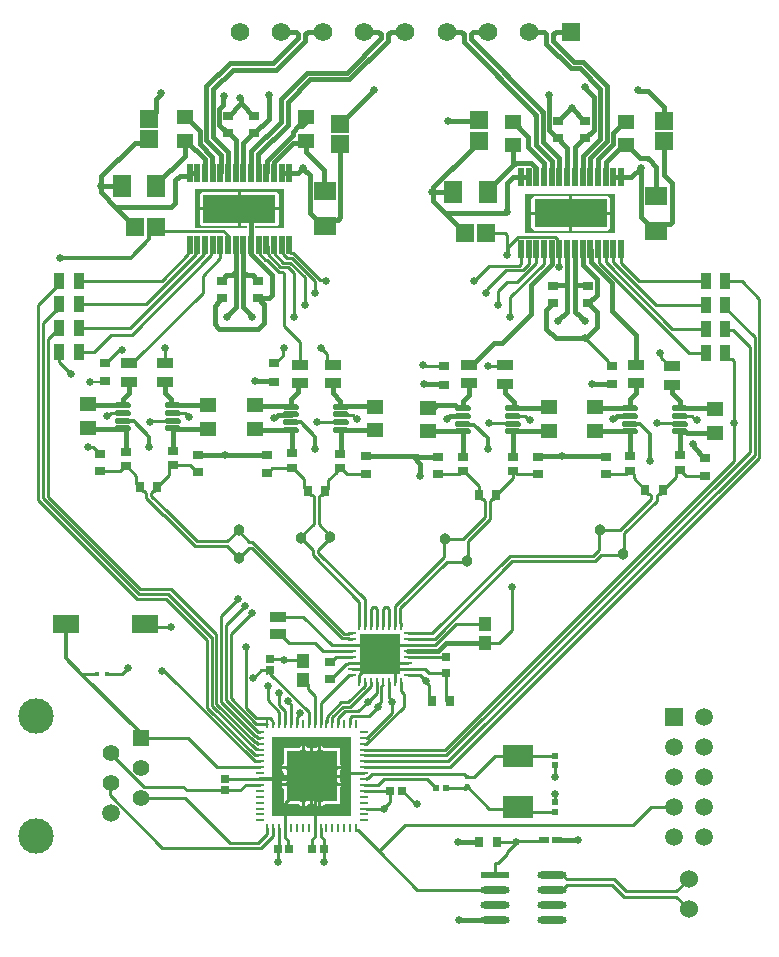
<source format=gtl>
G04*
G04 #@! TF.GenerationSoftware,Altium Limited,Altium Designer,22.10.1 (41)*
G04*
G04 Layer_Physical_Order=1*
G04 Layer_Color=255*
%FSLAX44Y44*%
%MOMM*%
G71*
G04*
G04 #@! TF.SameCoordinates,5B72B8DF-E24A-41CE-AD84-0836D2D271DA*
G04*
G04*
G04 #@! TF.FilePolarity,Positive*
G04*
G01*
G75*
%ADD11C,0.2540*%
%ADD16C,0.3048*%
%ADD17R,0.8500X1.3500*%
%ADD18R,1.4500X1.2000*%
G04:AMPARAMS|DCode=19|XSize=0.25mm|YSize=0.7mm|CornerRadius=0.05mm|HoleSize=0mm|Usage=FLASHONLY|Rotation=90.000|XOffset=0mm|YOffset=0mm|HoleType=Round|Shape=RoundedRectangle|*
%AMROUNDEDRECTD19*
21,1,0.2500,0.6000,0,0,90.0*
21,1,0.1500,0.7000,0,0,90.0*
1,1,0.1000,0.3000,0.0750*
1,1,0.1000,0.3000,-0.0750*
1,1,0.1000,-0.3000,-0.0750*
1,1,0.1000,-0.3000,0.0750*
%
%ADD19ROUNDEDRECTD19*%
G04:AMPARAMS|DCode=20|XSize=0.25mm|YSize=0.7mm|CornerRadius=0.05mm|HoleSize=0mm|Usage=FLASHONLY|Rotation=0.000|XOffset=0mm|YOffset=0mm|HoleType=Round|Shape=RoundedRectangle|*
%AMROUNDEDRECTD20*
21,1,0.2500,0.6000,0,0,0.0*
21,1,0.1500,0.7000,0,0,0.0*
1,1,0.1000,0.0750,-0.3000*
1,1,0.1000,-0.0750,-0.3000*
1,1,0.1000,-0.0750,0.3000*
1,1,0.1000,0.0750,0.3000*
%
%ADD20ROUNDEDRECTD20*%
%ADD21R,3.4500X3.4500*%
%ADD22R,0.9000X0.7500*%
G04:AMPARAMS|DCode=23|XSize=2.4741mm|YSize=0.6221mm|CornerRadius=0.3111mm|HoleSize=0mm|Usage=FLASHONLY|Rotation=0.000|XOffset=0mm|YOffset=0mm|HoleType=Round|Shape=RoundedRectangle|*
%AMROUNDEDRECTD23*
21,1,2.4741,0.0000,0,0,0.0*
21,1,1.8519,0.6221,0,0,0.0*
1,1,0.6221,0.9260,0.0000*
1,1,0.6221,-0.9260,0.0000*
1,1,0.6221,-0.9260,0.0000*
1,1,0.6221,0.9260,0.0000*
%
%ADD23ROUNDEDRECTD23*%
%ADD24R,2.4741X0.6221*%
%ADD25R,0.8000X0.9000*%
%ADD26R,0.9500X0.5500*%
%ADD27R,0.9000X0.8000*%
%ADD28R,0.5200X0.5600*%
%ADD29R,0.7600X0.7200*%
%ADD30R,0.7200X0.7600*%
G04:AMPARAMS|DCode=31|XSize=0.24mm|YSize=0.6mm|CornerRadius=0.03mm|HoleSize=0mm|Usage=FLASHONLY|Rotation=0.000|XOffset=0mm|YOffset=0mm|HoleType=Round|Shape=RoundedRectangle|*
%AMROUNDEDRECTD31*
21,1,0.2400,0.5400,0,0,0.0*
21,1,0.1800,0.6000,0,0,0.0*
1,1,0.0600,0.0900,-0.2700*
1,1,0.0600,-0.0900,-0.2700*
1,1,0.0600,-0.0900,0.2700*
1,1,0.0600,0.0900,0.2700*
%
%ADD31ROUNDEDRECTD31*%
G04:AMPARAMS|DCode=32|XSize=0.6mm|YSize=0.24mm|CornerRadius=0.03mm|HoleSize=0mm|Usage=FLASHONLY|Rotation=0.000|XOffset=0mm|YOffset=0mm|HoleType=Round|Shape=RoundedRectangle|*
%AMROUNDEDRECTD32*
21,1,0.6000,0.1800,0,0,0.0*
21,1,0.5400,0.2400,0,0,0.0*
1,1,0.0600,0.2700,-0.0900*
1,1,0.0600,-0.2700,-0.0900*
1,1,0.0600,-0.2700,0.0900*
1,1,0.0600,0.2700,0.0900*
%
%ADD32ROUNDEDRECTD32*%
%ADD34R,2.6000X1.9000*%
%ADD35R,0.4500X0.4500*%
%ADD36R,0.4500X0.4500*%
%ADD37R,0.6000X0.5500*%
%ADD38R,2.3000X1.5000*%
%ADD39R,1.0121X1.2084*%
G04:AMPARAMS|DCode=40|XSize=2.4mm|YSize=6.17mm|CornerRadius=0.048mm|HoleSize=0mm|Usage=FLASHONLY|Rotation=270.000|XOffset=0mm|YOffset=0mm|HoleType=Round|Shape=RoundedRectangle|*
%AMROUNDEDRECTD40*
21,1,2.4000,6.0740,0,0,270.0*
21,1,2.3040,6.1700,0,0,270.0*
1,1,0.0960,-3.0370,-1.1520*
1,1,0.0960,-3.0370,1.1520*
1,1,0.0960,3.0370,1.1520*
1,1,0.0960,3.0370,-1.1520*
%
%ADD40ROUNDEDRECTD40*%
G04:AMPARAMS|DCode=41|XSize=0.45mm|YSize=1.6mm|CornerRadius=0.0495mm|HoleSize=0mm|Usage=FLASHONLY|Rotation=0.000|XOffset=0mm|YOffset=0mm|HoleType=Round|Shape=RoundedRectangle|*
%AMROUNDEDRECTD41*
21,1,0.4500,1.5010,0,0,0.0*
21,1,0.3510,1.6000,0,0,0.0*
1,1,0.0990,0.1755,-0.7505*
1,1,0.0990,-0.1755,-0.7505*
1,1,0.0990,-0.1755,0.7505*
1,1,0.0990,0.1755,0.7505*
%
%ADD41ROUNDEDRECTD41*%
%ADD42R,1.5781X1.5562*%
%ADD43R,1.5562X1.5781*%
G04:AMPARAMS|DCode=44|XSize=0.45mm|YSize=1.3mm|CornerRadius=0.1125mm|HoleSize=0mm|Usage=FLASHONLY|Rotation=90.000|XOffset=0mm|YOffset=0mm|HoleType=Round|Shape=RoundedRectangle|*
%AMROUNDEDRECTD44*
21,1,0.4500,1.0750,0,0,90.0*
21,1,0.2250,1.3000,0,0,90.0*
1,1,0.2250,0.5375,0.1125*
1,1,0.2250,0.5375,-0.1125*
1,1,0.2250,-0.5375,-0.1125*
1,1,0.2250,-0.5375,0.1125*
%
%ADD44ROUNDEDRECTD44*%
G04:AMPARAMS|DCode=45|XSize=0.45mm|YSize=1.3mm|CornerRadius=0.1125mm|HoleSize=0mm|Usage=FLASHONLY|Rotation=90.000|XOffset=0mm|YOffset=0mm|HoleType=Round|Shape=RoundedRectangle|*
%AMROUNDEDRECTD45*
21,1,0.4500,1.0750,0,0,90.0*
21,1,0.2250,1.3000,0,0,90.0*
1,1,0.2250,0.5375,0.1125*
1,1,0.2250,0.5375,-0.1125*
1,1,0.2250,-0.5375,-0.1125*
1,1,0.2250,-0.5375,0.1125*
%
%ADD45ROUNDEDRECTD45*%
%ADD46R,1.5057X1.8582*%
%ADD47R,1.8582X1.5057*%
%ADD48R,0.8621X0.7350*%
%ADD49R,1.3500X0.9500*%
%ADD50R,1.3500X0.9500*%
%ADD51R,0.7000X0.6500*%
%ADD52R,4.2500X4.2500*%
%ADD53C,1.5660*%
%ADD54R,1.5660X1.5660*%
%ADD55C,0.7620*%
%ADD56R,1.5000X1.5000*%
%ADD57C,1.5000*%
%ADD58C,0.5080*%
%ADD59C,1.4000*%
%ADD60C,3.0000*%
%ADD61R,1.4000X1.4000*%
%ADD62C,0.6604*%
%ADD63C,1.5240*%
%ADD64C,0.9652*%
%ADD65C,0.1524*%
%ADD66C,0.3810*%
G36*
X393700Y293370D02*
X326390D01*
Y360680D01*
X393700D01*
Y293370D01*
D02*
G37*
G36*
X336550Y791210D02*
X312107D01*
Y792895D01*
X329490D01*
X330668Y793129D01*
X331667Y793797D01*
X332335Y794796D01*
X332569Y795974D01*
Y806224D01*
X300390D01*
Y792895D01*
X305633D01*
Y791210D01*
X261620D01*
Y824230D01*
X336550D01*
Y791210D01*
D02*
G37*
G36*
X617220Y787400D02*
X541020D01*
Y820420D01*
X617220D01*
Y787400D01*
D02*
G37*
%LPC*%
G36*
X368450Y352317D02*
Y345970D01*
X365910D01*
Y352317D01*
X363583Y351353D01*
X363240Y351010D01*
X361500D01*
Y328490D01*
X384020D01*
Y330229D01*
X384364Y330573D01*
X385327Y332900D01*
X378980D01*
Y335440D01*
X385327D01*
X384364Y337767D01*
X384020Y338111D01*
Y351010D01*
X371120D01*
X370777Y351353D01*
X368450Y352317D01*
D02*
G37*
G36*
X354550D02*
Y345970D01*
X352010D01*
Y352317D01*
X349683Y351353D01*
X349340Y351010D01*
X336440D01*
Y338110D01*
X336097Y337767D01*
X335133Y335440D01*
X341480D01*
Y332900D01*
X335133D01*
X336097Y330573D01*
X336440Y330230D01*
Y328490D01*
X358960D01*
Y351010D01*
X357220D01*
X356877Y351353D01*
X354550Y352317D01*
D02*
G37*
G36*
X384020Y325950D02*
X361500D01*
Y303430D01*
X363239D01*
X363583Y303086D01*
X365910Y302123D01*
Y308470D01*
X368450D01*
Y302123D01*
X370777Y303086D01*
X371120Y303430D01*
X384020D01*
Y316330D01*
X384364Y316673D01*
X385327Y319000D01*
X378980D01*
Y321540D01*
X385327D01*
X384364Y323867D01*
X384020Y324211D01*
Y325950D01*
D02*
G37*
G36*
X358960D02*
X336440D01*
Y324210D01*
X336097Y323867D01*
X335133Y321540D01*
X341480D01*
Y319000D01*
X335133D01*
X336097Y316673D01*
X336440Y316330D01*
Y303430D01*
X349339D01*
X349683Y303086D01*
X352010Y302123D01*
Y308470D01*
X354550D01*
Y302123D01*
X356877Y303086D01*
X357220Y303430D01*
X358960D01*
Y325950D01*
D02*
G37*
G36*
X329490Y822093D02*
X300390D01*
Y808764D01*
X332569D01*
Y819014D01*
X332335Y820192D01*
X331667Y821191D01*
X330668Y821859D01*
X329490Y822093D01*
D02*
G37*
G36*
X297850D02*
X268750D01*
X267572Y821859D01*
X266573Y821191D01*
X265905Y820192D01*
X265671Y819014D01*
Y808764D01*
X297850D01*
Y822093D01*
D02*
G37*
G36*
Y806224D02*
X265671D01*
Y795974D01*
X265905Y794796D01*
X266573Y793797D01*
X267572Y793129D01*
X268750Y792895D01*
X297850D01*
Y806224D01*
D02*
G37*
G36*
X610160Y818283D02*
X581060D01*
Y804954D01*
X613239D01*
Y815204D01*
X613005Y816382D01*
X612337Y817381D01*
X611338Y818049D01*
X610160Y818283D01*
D02*
G37*
G36*
X578520D02*
X549420D01*
X548242Y818049D01*
X547243Y817381D01*
X546575Y816382D01*
X546341Y815204D01*
Y804954D01*
X578520D01*
Y818283D01*
D02*
G37*
G36*
X613239Y802414D02*
X581060D01*
Y789085D01*
X610160D01*
X611338Y789319D01*
X612337Y789987D01*
X613005Y790986D01*
X613239Y792164D01*
Y802414D01*
D02*
G37*
G36*
X578520D02*
X546341D01*
Y792164D01*
X546575Y790986D01*
X547243Y789987D01*
X548242Y789319D01*
X549420Y789085D01*
X578520D01*
Y802414D01*
D02*
G37*
%LPD*%
D11*
X128270Y725840D02*
X146690Y744260D01*
X128270Y561340D02*
X212090Y477520D01*
X128270Y561340D02*
Y725840D01*
X146690Y677540D02*
Y686632D01*
Y677540D02*
X156210Y668020D01*
X275390Y776014D02*
X276370Y776994D01*
X275390Y768150D02*
Y776014D01*
X208280Y701040D02*
X275390Y768150D01*
X190500Y701040D02*
X208280D01*
X282870Y765470D02*
Y776994D01*
X267970Y736600D02*
Y750570D01*
X282870Y765470D01*
X176092Y686632D02*
X190500Y701040D01*
X163190Y686632D02*
X176092D01*
X132576Y562423D02*
Y711162D01*
X142650Y721237D01*
X132576Y562423D02*
X213668Y481330D01*
X137160Y563226D02*
Y697145D01*
Y563226D02*
X214938Y485448D01*
X137160Y697145D02*
X146690Y706675D01*
Y724217D02*
Y726717D01*
X142650Y721237D02*
X143710D01*
X146690Y724217D01*
Y744260D02*
Y746760D01*
X163190Y706675D02*
X206604D01*
X268890Y768961D01*
Y776014D01*
X255890D02*
X256870Y776994D01*
X163190Y746760D02*
X233680D01*
X255890Y768970D02*
Y776014D01*
X233680Y746760D02*
X255890Y768970D01*
X268890Y776014D02*
X269870Y776994D01*
X163190Y726717D02*
X220146D01*
X262390Y776014D02*
X263370Y776994D01*
X262390Y768961D02*
Y776014D01*
X220146Y726717D02*
X262390Y768961D01*
X651787Y726163D02*
X694060D01*
X615540Y762410D02*
X651787Y726163D01*
X622040Y761298D02*
Y773184D01*
X637133Y746205D02*
X694060D01*
X622040Y761298D02*
X637133Y746205D01*
X603520Y761987D02*
X679707Y685800D01*
X694060D01*
X609522Y762078D02*
X665480Y706120D01*
X694060D01*
X731520Y601980D02*
Y690410D01*
X711882Y704798D02*
X717132D01*
X710560Y706120D02*
X711882Y704798D01*
X717132D02*
X731520Y690410D01*
X710560Y683300D02*
Y685800D01*
X713540Y680320D02*
X716040D01*
X717550Y626110D02*
Y678810D01*
X710560Y683300D02*
X713540Y680320D01*
X716040D02*
X717550Y678810D01*
X710560Y723663D02*
X735330Y698893D01*
X710560Y723663D02*
Y726163D01*
X735330Y599440D02*
Y698893D01*
X724455Y746205D02*
X739140Y731520D01*
Y596900D02*
Y731520D01*
X710560Y746205D02*
X724455D01*
X221719Y785723D02*
X225937Y789940D01*
X227310D01*
X289148Y784758D02*
Y785054D01*
X285532Y788670D02*
X289148Y785054D01*
X231903Y788670D02*
X285532D01*
X289148Y784758D02*
X289370Y784536D01*
X228340Y792234D02*
X231903Y788670D01*
X569060Y772204D02*
X569941Y771322D01*
X530600Y579374D02*
Y585420D01*
X516630Y565404D02*
X530600Y579374D01*
X209406Y627524D02*
X209406D01*
X200502Y628254D02*
X200615Y628141D01*
X629762Y625714D02*
X629875Y625601D01*
X488690Y625714D02*
X489564Y624840D01*
X474260Y344720D02*
X731520Y601980D01*
X404230Y344720D02*
X474260D01*
X404230Y339720D02*
X475610D01*
X735330Y599440D01*
X404230Y334720D02*
X476960D01*
X739140Y596900D01*
X609522Y762078D02*
Y772702D01*
X615540Y762410D02*
Y773184D01*
X717550Y593732D02*
Y626110D01*
X473538Y349720D02*
X717550Y593732D01*
X672698Y631278D02*
X673410Y631990D01*
X685025Y629037D02*
X686125D01*
X682072Y631990D02*
X685025Y629037D01*
X673410Y631990D02*
X682072D01*
X544398Y628827D02*
X545140D01*
X541000Y632225D02*
X544398Y628827D01*
X530701Y632225D02*
X541000D01*
X397880Y629920D02*
X398980D01*
X395052Y632748D02*
X397880Y629920D01*
X384742Y633484D02*
X385478Y632748D01*
X395052D01*
X256356Y631190D02*
X256540D01*
X252812Y634733D02*
X256356Y631190D01*
X242523Y634733D02*
X252812D01*
X187790Y632460D02*
X190083Y634754D01*
X200502D01*
X186690Y632460D02*
X187790D01*
X508778Y739918D02*
X524498Y755638D01*
X537288D01*
X537300Y755650D01*
X538788D01*
X543841Y760703D01*
X550540Y762014D02*
Y773184D01*
X534016Y745490D02*
X550540Y762014D01*
X543841Y760703D02*
Y772984D01*
X544040Y773184D01*
X535710Y759448D02*
X537198Y760936D01*
Y772841D01*
X497840Y746760D02*
X510528Y759448D01*
X535710D01*
X508000Y736600D02*
X508778Y737378D01*
Y739918D01*
X525780Y745490D02*
X534016D01*
X518160Y737870D02*
X525780Y745490D01*
X518160Y726440D02*
Y737870D01*
X528320Y716280D02*
Y732474D01*
X557040Y761194D01*
X345440Y716280D02*
Y753110D01*
X340360Y758190D02*
X345440Y753110D01*
X341995Y762000D02*
X354330Y749665D01*
Y726440D02*
Y749665D01*
X343573Y765810D02*
X363220Y746163D01*
Y736600D02*
Y746163D01*
X344508Y770264D02*
X367234Y747538D01*
X371332D02*
X372110Y746760D01*
X367234Y747538D02*
X371332D01*
X342350Y770264D02*
X344508D01*
X189131Y311159D02*
Y319871D01*
X190570Y321310D01*
X310995Y410055D02*
X317680Y416740D01*
X310660Y410055D02*
X310995D01*
X569843Y758190D02*
X569941Y758289D01*
Y771322D01*
X569060Y772204D02*
X570040Y773184D01*
X557040Y761194D02*
Y773184D01*
X526266Y768836D02*
Y775462D01*
X534528Y783724D01*
X566552D01*
X525780Y768350D02*
X526266Y768836D01*
X566552Y783724D02*
X569060Y781216D01*
Y774164D02*
Y781216D01*
Y774164D02*
X570040Y773184D01*
X525780Y768350D02*
Y785666D01*
X524292Y787154D02*
X525780Y785666D01*
X507491Y787154D02*
X524292D01*
X611190Y676869D02*
Y678898D01*
Y676869D02*
X613670Y674389D01*
X614420D01*
X592022Y698067D02*
X611190Y678898D01*
X656098Y681479D02*
Y685022D01*
X655320Y685800D02*
X656098Y685022D01*
X663323Y674254D02*
X665322D01*
X656098Y681479D02*
X663323Y674254D01*
X523496Y674370D02*
X524250Y675124D01*
X509270Y674370D02*
X523496D01*
X455760Y675640D02*
X457146Y674254D01*
X454660Y675640D02*
X455760D01*
X457146Y674254D02*
X472180D01*
X185910Y676929D02*
X196544Y687562D01*
X198612D02*
X199390Y688340D01*
X185160Y676929D02*
X185910D01*
X196544Y687562D02*
X198612D01*
X235960Y676794D02*
X236220Y677054D01*
Y689610D01*
X373329Y679004D02*
Y684581D01*
X376809Y675524D02*
X378200D01*
X373329Y679004D02*
X376809Y675524D01*
X368300Y689610D02*
X373329Y684581D01*
X335772Y683146D02*
Y688832D01*
X336550Y689610D01*
X328670Y676794D02*
X329420D01*
X335772Y683146D01*
X326097Y424978D02*
X327115Y425995D01*
X336005D01*
X336550Y425450D02*
X352588D01*
X336005Y425995D02*
X336550Y425450D01*
X352588D02*
X353060Y424978D01*
X323088Y391439D02*
Y403860D01*
Y391439D02*
X332730Y381797D01*
X317680Y416740D02*
X325120D01*
X566420Y304890D02*
Y312420D01*
Y326390D02*
Y336460D01*
X448802Y304308D02*
X449580Y303530D01*
X436900Y314960D02*
X447553Y304308D01*
X448802D01*
X421644Y325120D02*
X457780D01*
X416244Y319720D02*
X421644Y325120D01*
X457780D02*
X465400Y317500D01*
X465650D01*
X404230Y319720D02*
X416244D01*
X411056Y328930D02*
X489140D01*
X405960Y324790D02*
X407150Y325980D01*
X408106D01*
X489140Y328930D02*
X491490Y326580D01*
X498030D01*
X408106Y325980D02*
X411056Y328930D01*
X405460Y418230D02*
X410460Y423230D01*
X400460Y413230D02*
X405460Y418230D01*
X393960D02*
X405460D01*
X190570Y345919D02*
X218338Y318150D01*
X251274D01*
X254284Y315140D01*
X287020D01*
X669036Y229616D02*
X679450Y240030D01*
X563910Y231140D02*
X564615Y230436D01*
X572435Y243840D02*
X576499Y239776D01*
X563910Y243840D02*
X572435D01*
X614314Y235204D02*
X624474Y225044D01*
X572435Y231140D02*
X576499Y235204D01*
X614314D01*
X563910Y231140D02*
X572435D01*
X626368Y229616D02*
X669036D01*
X624474Y225044D02*
X669036D01*
X679450Y214630D01*
X616208Y239776D02*
X626368Y229616D01*
X576499Y239776D02*
X616208D01*
X449810Y231140D02*
X515589D01*
X417310Y263640D02*
X449810Y231140D01*
X417310Y263640D02*
X439420Y285750D01*
X399460Y281490D02*
X417310Y263640D01*
X439420Y285750D02*
X632460D01*
X397800Y281490D02*
X399460D01*
X647700Y300990D02*
X666750D01*
X632460Y285750D02*
X647700Y300990D01*
X534035Y272415D02*
X556225D01*
X516770Y271780D02*
X533400D01*
X534035Y272415D01*
X533400Y270964D02*
Y271780D01*
X518130Y253969D02*
X525376Y261216D01*
X556225Y272415D02*
X556860Y273050D01*
X525376Y262940D02*
X533400Y270964D01*
X525376Y261216D02*
Y262940D01*
X515589Y253969D02*
X518130D01*
X515589Y243840D02*
Y253969D01*
X460900Y393160D02*
X463900D01*
X365870Y516139D02*
X405246Y476763D01*
X376138Y528538D02*
Y530642D01*
X365870Y516139D02*
Y518270D01*
X376138Y528538D01*
X405246Y457154D02*
Y476763D01*
X361298Y514246D02*
Y518812D01*
X400674Y457154D02*
Y474869D01*
X361298Y514246D02*
X400674Y474869D01*
X351572Y528538D02*
X361298Y518812D01*
X351572Y528538D02*
Y530642D01*
X464341Y443444D02*
X529913Y509016D01*
X528019Y513588D02*
X598183D01*
X529913Y509016D02*
X600077D01*
X598183Y513588D02*
X603250Y518655D01*
X462447Y448016D02*
X528019Y513588D01*
X600077Y509016D02*
X605411Y514350D01*
X262982Y526067D02*
X288577D01*
X261166Y521683D02*
X288577D01*
X234816Y548033D02*
X261166Y521683D01*
X237784Y551265D02*
X262982Y526067D01*
X237784Y551265D02*
Y551266D01*
X219704Y562880D02*
X234551Y548033D01*
X224276Y564773D02*
X237784Y551266D01*
X234551Y548033D02*
X234816D01*
X603250Y518655D02*
Y534452D01*
X604738Y535940D01*
X621503D01*
X624840Y515838D02*
Y532811D01*
X623352Y514350D02*
X624840Y515838D01*
X605411Y514350D02*
X623352D01*
X624840Y532811D02*
X652368Y560340D01*
X621503Y535940D02*
X647796Y562233D01*
X657583Y569111D02*
Y569611D01*
Y568611D02*
Y569111D01*
X652368Y560340D02*
Y564394D01*
X653856Y565881D01*
X492268Y510266D02*
Y525972D01*
X474881Y508778D02*
X490780D01*
X435246Y469143D02*
X474881Y508778D01*
X490780D02*
X492268Y510266D01*
X473928Y528320D02*
X488149D01*
X472440Y512802D02*
Y526832D01*
X473928Y528320D01*
X430674Y471036D02*
X472440Y512802D01*
X488149Y528320D02*
X506844Y547015D01*
X351572Y530642D02*
X361944Y541014D01*
X366516Y540264D02*
X376138Y530642D01*
X366516Y540264D02*
Y563996D01*
X361944Y541014D02*
Y563996D01*
X298450Y534840D02*
X307510Y525780D01*
X309707D01*
X387852Y447635D01*
X298450Y534840D02*
Y535940D01*
Y511810D02*
X307317Y520677D01*
X309422D01*
X386274Y443825D01*
X288577Y521683D02*
X298450Y511810D01*
X288577Y526067D02*
X298450Y535940D01*
X387852Y447635D02*
X391155D01*
Y443825D02*
X391750Y443230D01*
X391155Y447635D02*
X391750Y448230D01*
X386274Y443825D02*
X391155D01*
X229490Y571651D02*
Y572151D01*
Y571151D02*
Y571651D01*
X391750Y448230D02*
X393960D01*
X391750Y443230D02*
X393960D01*
X219704Y562880D02*
Y566934D01*
X224276Y564773D02*
Y566934D01*
X202304Y589369D02*
X202940D01*
X203575D02*
X211760Y581185D01*
X202940Y589369D02*
X203575D01*
X198279Y585344D02*
X202304Y589369D01*
X181398Y585344D02*
X198279D01*
X214490Y571151D02*
X217220Y568421D01*
X218216D02*
X219704Y566934D01*
X217220Y568421D02*
X218216D01*
X211760Y574381D02*
X214490Y571651D01*
X211760Y574381D02*
Y581185D01*
X214490Y571151D02*
Y571651D01*
X257356Y590500D02*
X263455Y584401D01*
X263955D01*
X239372Y588094D02*
X241777Y590500D01*
X242412D02*
X257356D01*
X241777D02*
X242412D01*
X239372Y582033D02*
Y588094D01*
X229490Y572151D02*
X239372Y582033D01*
X226760Y568421D02*
X229490Y571151D01*
X225764Y568421D02*
X226760D01*
X224276Y566934D02*
X225764Y568421D01*
X642582Y568611D02*
X645312Y565881D01*
X646309D01*
X647796Y564394D01*
Y562233D02*
Y564394D01*
X642582Y568611D02*
Y569611D01*
X632803Y579391D02*
X642582Y569611D01*
X435246Y457154D02*
Y469143D01*
X516630Y564404D02*
Y565404D01*
X506844Y547015D02*
Y560186D01*
X504360Y561674D02*
Y561674D01*
X513900Y561674D02*
X516630Y564404D01*
X504360Y561674D02*
X505356D01*
X511416Y545121D02*
Y560186D01*
X430674Y457154D02*
Y471036D01*
X505356Y561674D02*
X506844Y560186D01*
X512904Y561674D02*
X513900D01*
X492268Y525972D02*
X511416Y545121D01*
X504360Y561674D02*
X504360Y561674D01*
X511416Y560186D02*
X512904Y561674D01*
X430460Y454730D02*
Y456940D01*
X435460Y454730D02*
Y456940D01*
X435246Y457154D02*
X435460Y456940D01*
X430460D02*
X430674Y457154D01*
X405246D02*
X405460Y456940D01*
X359460Y565484D02*
X360456D01*
X368004D02*
X369000D01*
X400460Y454730D02*
Y456940D01*
X366516Y563996D02*
X368004Y565484D01*
X369000D02*
X374460Y570944D01*
X400460Y456940D02*
X400674Y457154D01*
X356730Y568214D02*
Y568714D01*
X360456Y565484D02*
X361944Y563996D01*
X374460Y570944D02*
Y577870D01*
X356730Y568214D02*
X359460Y565484D01*
X405460Y454730D02*
Y456940D01*
X218920Y455930D02*
X221460Y453390D01*
X241300D01*
X533852Y582803D02*
X552190D01*
X531235Y585420D02*
X533852Y582803D01*
X530600Y585420D02*
X531235D01*
X404230Y349720D02*
X473538D01*
X441960Y413230D02*
X451640D01*
X459670Y394390D02*
Y404100D01*
X457200Y406570D02*
Y407670D01*
Y406570D02*
X459670Y404100D01*
Y394390D02*
X460900Y393160D01*
X451640Y413230D02*
X457200Y407670D01*
X314350Y324940D02*
X314570Y324720D01*
X287020Y324940D02*
X314350D01*
X314570Y324720D02*
X316230D01*
X189131Y311159D02*
X233590Y266700D01*
X506730Y440291D02*
X519031D01*
X529590Y450850D02*
Y487680D01*
X519031Y440291D02*
X529590Y450850D01*
X421640Y299720D02*
Y300182D01*
X426438Y304980D02*
Y314498D01*
X405960Y299720D02*
X419763D01*
X420380Y299103D01*
Y298460D02*
Y299103D01*
X421640Y300182D02*
X426438Y304980D01*
X420380Y298460D02*
X421640Y299720D01*
X436700Y314960D02*
X436900D01*
X340029Y390391D02*
X342730Y387691D01*
X347800Y377180D02*
X350189Y379569D01*
X357730Y371220D02*
Y381390D01*
X325120Y414000D02*
X357730Y381390D01*
X340029Y390391D02*
Y390829D01*
X350189Y379569D02*
Y380669D01*
X233680Y416560D02*
X234458Y415782D01*
X235999D01*
X311991Y339790D01*
X316160D01*
X186880Y414020D02*
X199390D01*
X204470Y419100D01*
X380590Y428230D02*
X393960D01*
X376420Y424060D02*
X380590Y428230D01*
X375920Y424060D02*
X376420D01*
Y409060D02*
X389380Y422020D01*
X391750Y423230D02*
X410460D01*
X389380Y422020D02*
X390540D01*
X375920Y409060D02*
X376420D01*
X390540Y422020D02*
X391750Y423230D01*
X427990Y389890D02*
Y390990D01*
Y380864D02*
Y389890D01*
X407670D02*
X415440Y397660D01*
X399733Y381953D02*
X407670Y389890D01*
X212090Y477520D02*
X237182D01*
X213668Y481330D02*
X238760D01*
X287756Y391534D02*
Y455396D01*
X283343Y389991D02*
Y462413D01*
X274761Y445329D02*
X275723D01*
X278917Y447523D02*
X279533D01*
X291566Y447730D02*
X309400Y465564D01*
X237182Y477520D02*
X271913Y442789D01*
X287756Y455396D02*
X303530Y471170D01*
X238760Y481330D02*
X274761Y445329D01*
X240992Y485448D02*
X278917Y447523D01*
X283343Y462413D02*
X297816Y476886D01*
X298114D01*
X214938Y485448D02*
X240992D01*
X353180Y462160D02*
X377110Y438230D01*
X356851Y401339D02*
Y405149D01*
X353060Y408940D02*
X356851Y405149D01*
X340978Y439652D02*
X363143D01*
X333470Y447160D02*
X340978Y439652D01*
X331470Y462160D02*
X353180D01*
X377110Y438230D02*
X410460D01*
X356851Y401339D02*
X362730Y395460D01*
X367730Y389210D02*
X391750Y413230D01*
X369565Y433230D02*
X393960D01*
X363143Y439652D02*
X369565Y433230D01*
X384897Y389573D02*
X391352D01*
X410440Y403273D02*
Y406710D01*
X400460Y406730D02*
Y413230D01*
X391352Y389573D02*
X405440Y403661D01*
Y406710D02*
X405460Y406730D01*
X405440Y403661D02*
Y406710D01*
X410440D02*
X410460Y406730D01*
X391750Y413230D02*
X393960D01*
X430460Y406730D02*
X430460Y418230D01*
X425460Y423230D02*
X430460Y418230D01*
X425460Y423230D02*
X441960D01*
X537390Y297090D02*
X566420D01*
X524690D02*
X534966D01*
X537390D01*
X524690D02*
X534966Y298118D01*
X537390Y298360D01*
X534670Y301080D02*
X537390Y298360D01*
X510350Y299720D02*
X533310D01*
X534670Y301080D01*
X441960Y443230D02*
X444170D01*
X444384Y443444D01*
X464341D01*
X464515Y438230D02*
X482614Y456329D01*
X444384Y448016D02*
X462447D01*
X444170Y448230D02*
X444384Y448016D01*
X441960Y448230D02*
X444170D01*
X482614Y456329D02*
X506730D01*
X474150Y317500D02*
X490410D01*
X491490Y318580D02*
X510350Y299720D01*
X498030Y326580D02*
X515530Y344080D01*
X534670D01*
X534850Y344260D01*
X566420D01*
X404230Y314720D02*
X423960D01*
X419250Y389870D02*
Y403310D01*
X416560Y386080D02*
Y387180D01*
X419250Y389870D01*
X415290Y454900D02*
X415460Y454730D01*
X410460D02*
Y468902D01*
X420460Y454730D02*
Y468951D01*
X415290Y454900D02*
Y468902D01*
X410460D02*
X411823Y470265D01*
X413927D02*
X415290Y468902D01*
X420460Y468951D02*
X421903Y470394D01*
X411823Y470265D02*
X413927D01*
X421903Y470394D02*
X424007D01*
X425450Y468951D01*
X473805Y391255D02*
X473900Y391160D01*
X473805Y391255D02*
Y414795D01*
X473710Y414890D02*
X473805Y414795D01*
X459495Y414890D02*
X473710D01*
X456155Y418230D02*
X459495Y414890D01*
X430460Y418230D02*
X456155D01*
X441960Y428230D02*
X444170D01*
X444330Y428390D01*
X473710D01*
X425460Y438230D02*
X464515D01*
X425450Y454740D02*
X425460Y454730D01*
X425450Y454740D02*
Y468951D01*
X417960Y430730D02*
X425460Y438230D01*
X410460Y423230D02*
X417960Y430730D01*
X425460Y423230D01*
X410460Y438230D02*
X417960Y430730D01*
X415440Y406710D02*
X415460Y406730D01*
X372800Y372950D02*
Y377476D01*
X377800Y377088D02*
X386475Y385763D01*
X382730Y376630D02*
X388054Y381953D01*
X399733D01*
X372800Y377476D02*
X384897Y389573D01*
X386475Y385763D02*
X392930D01*
X377800Y372950D02*
Y377088D01*
X404230Y354720D02*
X405890D01*
X406916Y359790D02*
X427990Y380864D01*
X405960Y359790D02*
X406916D01*
X406562Y354048D02*
X438404Y385890D01*
X405960Y359790D02*
X405960Y359790D01*
X419250Y403310D02*
X420440Y404500D01*
X408623Y378143D02*
X416560Y386080D01*
X392930Y385763D02*
X410440Y403273D01*
X438404Y385890D02*
Y396476D01*
X435460Y399420D02*
X438404Y396476D01*
X415440Y397660D02*
Y406710D01*
X435460Y399420D02*
Y406730D01*
X394218Y378143D02*
X408623D01*
X425460Y393520D02*
X427990Y390990D01*
X425460Y393520D02*
Y406730D01*
X215970Y308610D02*
X252730D01*
X190570Y345919D02*
Y346710D01*
X192763Y348903D01*
X215970Y359410D02*
X255790D01*
X165100Y414020D02*
X178880D01*
X233590Y266700D02*
X317500D01*
X290830Y270510D02*
X314960D01*
X252730Y308610D02*
X290830Y270510D01*
X287020Y315140D02*
X299670D01*
X304250Y319720D01*
X280480Y334720D02*
X316230D01*
X255790Y359410D02*
X280480Y334720D01*
X271913Y385256D02*
X312379Y344790D01*
X275723Y386835D02*
X312768Y349790D01*
X279533Y388413D02*
X312036Y355910D01*
X283343Y389991D02*
X312354Y360980D01*
X287756Y391534D02*
X314570Y364720D01*
X291566Y393112D02*
X313458Y371220D01*
X271913Y385256D02*
Y442789D01*
X275723Y386835D02*
Y445329D01*
X279533Y388413D02*
Y447523D01*
X291566Y393112D02*
Y447730D01*
X331560Y254090D02*
Y265340D01*
X331650Y265430D01*
X332660Y266440D01*
X340110Y266770D02*
X341450Y265430D01*
X340110Y266770D02*
Y272840D01*
X337730Y275220D02*
X340110Y272840D01*
X332660Y266440D02*
Y283150D01*
X337730Y275220D02*
Y283220D01*
X327730Y276930D02*
Y283220D01*
X322730Y278280D02*
Y283220D01*
X332660Y283150D02*
X332730Y283220D01*
X317500Y266700D02*
X327730Y276930D01*
X314960Y270510D02*
X322730Y278280D01*
X304250Y319720D02*
X316230D01*
X316160Y339790D02*
X316230Y339720D01*
X312379Y344790D02*
X314500D01*
X312768Y349790D02*
X314500D01*
X313380Y355910D02*
X314500Y354790D01*
X312036Y355910D02*
X313380D01*
X314570Y359720D02*
X316230D01*
X313310Y360980D02*
X314570Y359720D01*
X312354Y360980D02*
X313310D01*
X314570Y364720D02*
X316230D01*
X313458Y371220D02*
X322730D01*
X337730Y283220D02*
Y304720D01*
X357730Y324720D01*
X327730Y371220D02*
Y372880D01*
X326470Y374140D02*
X327730Y372880D01*
X326470Y374140D02*
Y375096D01*
X324806Y376760D02*
X326470Y375096D01*
X332730Y371220D02*
Y381797D01*
X313307Y376760D02*
X324806D01*
X304800Y385266D02*
X313307Y376760D01*
X332740Y387175D02*
X337730Y382185D01*
X332740Y387175D02*
Y397510D01*
X304800Y385266D02*
Y436880D01*
X325120Y414000D02*
Y414200D01*
X331470Y447160D02*
X333470D01*
X347730Y371220D02*
X347800Y371290D01*
Y377180D01*
X337730Y371220D02*
Y382185D01*
X342730Y371220D02*
Y387691D01*
X370750Y254090D02*
Y265340D01*
X370660Y265430D02*
X370750Y265340D01*
X370660Y265430D02*
Y273195D01*
X360860Y265430D02*
Y273725D01*
X367730Y276125D02*
X370660Y273195D01*
X360860Y273725D02*
X362730Y275595D01*
Y283220D01*
X367730Y276125D02*
Y283220D01*
X362730D02*
Y324720D01*
X360230Y327220D02*
X362730Y324720D01*
Y371220D02*
Y395460D01*
X360230Y327220D02*
X390140D01*
X367730Y371220D02*
Y389210D01*
X390140Y327220D02*
X392640Y329720D01*
X404230D01*
X382730Y371220D02*
Y376630D01*
X392730Y371220D02*
Y376655D01*
X394218Y378143D01*
X537198Y772841D02*
X537540Y773184D01*
X341370Y771244D02*
X342350Y770264D01*
X339001Y765810D02*
X343573D01*
X341370Y771244D02*
Y776994D01*
X336311Y762000D02*
X341995D01*
X322109Y764315D02*
X332198Y754226D01*
X320997Y764315D02*
X322109D01*
X316350Y768961D02*
X320997Y764315D01*
X337058Y707993D02*
Y752738D01*
X332198Y754226D02*
X335570D01*
X337058Y752738D01*
Y707993D02*
X350260Y694791D01*
Y675524D02*
Y694791D01*
X316350Y768961D02*
Y776014D01*
X315370Y776994D02*
X316350Y776014D01*
X322850Y768962D02*
X333622Y758190D01*
X340360D01*
X329350Y768961D02*
X336311Y762000D01*
X335850Y768961D02*
X339001Y765810D01*
X322850Y768962D02*
Y776014D01*
X321870Y776994D02*
X322850Y776014D01*
X329350Y768961D02*
Y776014D01*
X328370Y776994D02*
X329350Y776014D01*
X335850Y768961D02*
Y776014D01*
X334870Y776994D02*
X335850Y776014D01*
X211644Y680274D02*
X267970Y736600D01*
X208960Y680274D02*
X211644D01*
X205480Y676794D02*
X208960Y680274D01*
X530690Y632214D02*
X530701Y632225D01*
X242502Y634754D02*
X242523Y634733D01*
X384544Y627182D02*
X384742Y626984D01*
X364688Y627182D02*
X384544D01*
X364490Y627380D02*
X364688Y627182D01*
X671762Y632214D02*
X672698Y631278D01*
X609040Y773184D02*
X609522Y772702D01*
X603520Y761987D02*
Y772204D01*
X602540Y773184D02*
X603520Y772204D01*
X653856Y565881D02*
X654853D01*
X609442Y582803D02*
X626181D01*
X654853Y565881D02*
X657583Y568611D01*
X629127Y585750D02*
X629762D01*
X626181Y582803D02*
X629127Y585750D01*
X171313Y605911D02*
X175330D01*
X180898Y600344D01*
X170942Y606282D02*
X171313Y605911D01*
X180898Y600344D02*
X181398D01*
X671673Y586360D02*
X672308D01*
X677134Y581534D01*
X668632Y583955D02*
X671037Y586360D01*
X671673D01*
X677134Y581534D02*
X693215D01*
X668632Y580661D02*
Y583955D01*
X657583Y569611D02*
X668632Y580661D01*
X632803Y579391D02*
Y583345D01*
X629762Y585750D02*
X630398D01*
X632803Y583345D01*
X223957Y627817D02*
X242066D01*
X223520Y627380D02*
X223957Y627817D01*
X242066D02*
X242502Y628254D01*
X501630Y564404D02*
X504360Y561674D01*
X501630Y564404D02*
Y564904D01*
Y573115D01*
X489325Y585420D02*
X501630Y573115D01*
X488690Y585420D02*
X489325D01*
X488054D02*
X488690D01*
X485304Y582669D02*
X488054Y585420D01*
X467100Y582669D02*
X485304D01*
X322422Y584073D02*
X322922D01*
X326948Y588099D01*
X343965D01*
X344601D01*
X354000Y578699D01*
Y571444D02*
Y578699D01*
Y571444D02*
X356730Y568714D01*
X374460Y577870D02*
X381510Y584919D01*
Y585554D01*
X383914Y587960D01*
X384550D01*
X385185D01*
X390014Y583131D01*
X406195D01*
X510540Y626110D02*
X510738Y625912D01*
X530492D01*
X530690Y625714D01*
X652780Y626110D02*
X652978Y625912D01*
X671564D01*
X671762Y625714D01*
X565525Y638386D02*
X565835Y638076D01*
D16*
X147320Y765810D02*
X207010D01*
X222866Y781666D01*
X228340Y789940D02*
Y792234D01*
X222866Y785977D02*
X226830Y789940D01*
X228340D01*
X222866Y781666D02*
Y785977D01*
X209406Y627524D02*
X222250Y614680D01*
Y605790D02*
Y614680D01*
X200615Y628141D02*
X208789D01*
X209406Y627524D01*
X342743Y626984D02*
X342886Y626840D01*
X351060D01*
X363220Y614680D01*
Y604520D02*
Y614680D01*
X629875Y625601D02*
X638049D01*
X646430Y594360D02*
Y617220D01*
X638049Y625601D02*
X646430Y617220D01*
X509591Y604199D02*
Y613089D01*
X497840Y624840D02*
X509591Y613089D01*
X489564Y624840D02*
X497840D01*
X501650Y865119D02*
X507907Y858862D01*
X316230Y324720D02*
X357730D01*
X151920Y427200D02*
X165100Y414020D01*
X151920Y427200D02*
Y455930D01*
X165100Y414020D02*
X215450Y363670D01*
X357730Y324720D02*
X360230Y327220D01*
X652613Y858616D02*
X658870Y864873D01*
X583545Y835712D02*
X583766Y834910D01*
X583040Y834184D02*
X583766Y834910D01*
D17*
X163190Y746760D02*
D03*
X146690D02*
D03*
X163190Y726717D02*
D03*
X146690D02*
D03*
X163190Y706675D02*
D03*
X146690D02*
D03*
X163190Y686632D02*
D03*
X146690D02*
D03*
X694060Y685800D02*
D03*
X710560D02*
D03*
X694060Y706120D02*
D03*
X710560D02*
D03*
X694060Y726163D02*
D03*
X710560D02*
D03*
X694060Y746205D02*
D03*
X710560D02*
D03*
D18*
X170776Y621886D02*
D03*
Y641886D02*
D03*
X626110Y881227D02*
D03*
Y861227D02*
D03*
X530724Y881227D02*
D03*
Y861227D02*
D03*
X355477Y885036D02*
D03*
Y865036D02*
D03*
X252730Y885036D02*
D03*
Y865036D02*
D03*
X272578Y641008D02*
D03*
Y621008D02*
D03*
X414020Y639920D02*
D03*
Y619920D02*
D03*
X560755Y639346D02*
D03*
Y619346D02*
D03*
X701588Y638134D02*
D03*
Y618134D02*
D03*
X312447Y641008D02*
D03*
Y621008D02*
D03*
X458938Y619212D02*
D03*
Y639212D02*
D03*
X600065Y619346D02*
D03*
Y639346D02*
D03*
D19*
X393960Y413230D02*
D03*
Y448230D02*
D03*
Y418230D02*
D03*
Y423230D02*
D03*
Y428230D02*
D03*
Y433230D02*
D03*
Y438230D02*
D03*
Y443230D02*
D03*
X441960Y413230D02*
D03*
Y418230D02*
D03*
Y423230D02*
D03*
Y428230D02*
D03*
Y433230D02*
D03*
Y438230D02*
D03*
Y443230D02*
D03*
Y448230D02*
D03*
D20*
X415460Y406730D02*
D03*
X410460D02*
D03*
X400460D02*
D03*
X430460D02*
D03*
X435460D02*
D03*
X425460D02*
D03*
X420460D02*
D03*
X415460Y454730D02*
D03*
X410460D02*
D03*
X400460D02*
D03*
X405460D02*
D03*
X430460D02*
D03*
X435460D02*
D03*
X425460D02*
D03*
X420460D02*
D03*
X405460Y406730D02*
D03*
D21*
X417960Y430730D02*
D03*
D22*
X472180Y674254D02*
D03*
Y658754D02*
D03*
X614420Y658889D02*
D03*
Y674389D02*
D03*
X185160Y661429D02*
D03*
Y676929D02*
D03*
X328670Y661294D02*
D03*
Y676794D02*
D03*
D23*
X563910Y231140D02*
D03*
Y243840D02*
D03*
Y218440D02*
D03*
Y205740D02*
D03*
X515589D02*
D03*
Y218440D02*
D03*
Y231140D02*
D03*
D24*
Y243840D02*
D03*
D25*
X501770Y271780D02*
D03*
X516770D02*
D03*
X462400Y391160D02*
D03*
X477400D02*
D03*
X229490Y571651D02*
D03*
X214490D02*
D03*
X356730Y568714D02*
D03*
X371730D02*
D03*
X501630Y564904D02*
D03*
X516630D02*
D03*
X642582Y569111D02*
D03*
X657583D02*
D03*
D26*
X568360Y273050D02*
D03*
X556860D02*
D03*
D27*
X314960Y731640D02*
D03*
Y746640D02*
D03*
X284480Y731760D02*
D03*
Y746760D02*
D03*
X375920Y409060D02*
D03*
Y424060D02*
D03*
X311150Y886460D02*
D03*
Y871460D02*
D03*
X594100Y742584D02*
D03*
Y727583D02*
D03*
X564890Y742584D02*
D03*
Y727583D02*
D03*
X289607Y871340D02*
D03*
Y886340D02*
D03*
X591560Y867283D02*
D03*
Y882284D02*
D03*
X568700D02*
D03*
Y867283D02*
D03*
X181398Y585344D02*
D03*
Y600344D02*
D03*
X322422Y584073D02*
D03*
Y599074D02*
D03*
X467100Y597669D02*
D03*
Y582669D02*
D03*
X609442Y582803D02*
D03*
Y597804D02*
D03*
X263955Y584401D02*
D03*
Y599401D02*
D03*
X406195Y598131D02*
D03*
Y583131D02*
D03*
X552190Y597804D02*
D03*
Y582803D02*
D03*
X693215Y581534D02*
D03*
Y596534D02*
D03*
D28*
X566420Y344260D02*
D03*
Y336460D02*
D03*
Y297090D02*
D03*
Y304890D02*
D03*
D29*
X436700Y314960D02*
D03*
X426900D02*
D03*
X360860Y265430D02*
D03*
X370660D02*
D03*
X341450D02*
D03*
X331650D02*
D03*
D30*
X287020Y315140D02*
D03*
Y324940D02*
D03*
X325120Y426540D02*
D03*
Y416740D02*
D03*
D31*
X322730Y283220D02*
D03*
X327730D02*
D03*
X332730D02*
D03*
X337730D02*
D03*
X342730D02*
D03*
X347730D02*
D03*
X352730D02*
D03*
X357730D02*
D03*
X362730D02*
D03*
X367730D02*
D03*
X372730D02*
D03*
X377730D02*
D03*
X382730D02*
D03*
X387730D02*
D03*
X392730D02*
D03*
X397730D02*
D03*
Y371220D02*
D03*
X392730D02*
D03*
X387730D02*
D03*
X382730D02*
D03*
X377730D02*
D03*
X372730D02*
D03*
X367730D02*
D03*
X362730D02*
D03*
X357730D02*
D03*
X352730D02*
D03*
X347730D02*
D03*
X342730D02*
D03*
X337730D02*
D03*
X332730D02*
D03*
X327730D02*
D03*
X322730D02*
D03*
D32*
X316230Y334720D02*
D03*
Y329720D02*
D03*
Y324720D02*
D03*
Y319720D02*
D03*
Y314720D02*
D03*
Y309720D02*
D03*
Y304720D02*
D03*
Y299720D02*
D03*
Y294720D02*
D03*
Y289720D02*
D03*
X404230D02*
D03*
Y294720D02*
D03*
Y299720D02*
D03*
Y304720D02*
D03*
Y309720D02*
D03*
Y314720D02*
D03*
Y319720D02*
D03*
Y324720D02*
D03*
Y329720D02*
D03*
Y354720D02*
D03*
Y359720D02*
D03*
Y364720D02*
D03*
X316230Y349720D02*
D03*
Y344720D02*
D03*
Y364720D02*
D03*
Y359720D02*
D03*
Y354720D02*
D03*
Y339720D02*
D03*
X404230Y334720D02*
D03*
Y339720D02*
D03*
Y344720D02*
D03*
Y349720D02*
D03*
D34*
X534670Y301080D02*
D03*
Y344080D02*
D03*
D35*
X186880Y414020D02*
D03*
X178880D02*
D03*
D36*
X491490Y326580D02*
D03*
Y318580D02*
D03*
D37*
X465650Y317500D02*
D03*
X474150D02*
D03*
D38*
X151920Y455930D02*
D03*
X218920D02*
D03*
D39*
X353060Y424978D02*
D03*
Y408940D02*
D03*
X506730Y456329D02*
D03*
Y440291D02*
D03*
D40*
X579790Y803684D02*
D03*
X299120Y807494D02*
D03*
D41*
X609040Y773184D02*
D03*
X334870Y776994D02*
D03*
X622040Y834184D02*
D03*
X615540D02*
D03*
X609040D02*
D03*
X602540D02*
D03*
X596040D02*
D03*
X589540D02*
D03*
X583040D02*
D03*
X576540D02*
D03*
X570040D02*
D03*
X563540D02*
D03*
X557040D02*
D03*
X550540D02*
D03*
X544040D02*
D03*
X537540D02*
D03*
Y773184D02*
D03*
X544040D02*
D03*
X550540D02*
D03*
X557040D02*
D03*
X563540D02*
D03*
X570040D02*
D03*
X576540D02*
D03*
X583040D02*
D03*
X589540D02*
D03*
X596040D02*
D03*
X602540D02*
D03*
X615540D02*
D03*
X622040D02*
D03*
X341370Y837994D02*
D03*
X334870D02*
D03*
X328370D02*
D03*
X321870D02*
D03*
X315370D02*
D03*
X308870D02*
D03*
X302370D02*
D03*
X295870D02*
D03*
X289370D02*
D03*
X282870D02*
D03*
X276370D02*
D03*
X269870D02*
D03*
X263370D02*
D03*
X256870D02*
D03*
Y776994D02*
D03*
X263370D02*
D03*
X269870D02*
D03*
X276370D02*
D03*
X282870D02*
D03*
X289370D02*
D03*
X295870D02*
D03*
X302370D02*
D03*
X308870D02*
D03*
X315370D02*
D03*
X321870D02*
D03*
X328370D02*
D03*
X341370D02*
D03*
D42*
X490209Y787154D02*
D03*
X507491D02*
D03*
X228340Y792234D02*
D03*
X211059D02*
D03*
D43*
X501650Y865119D02*
D03*
Y882401D02*
D03*
X658870Y864873D02*
D03*
Y882154D02*
D03*
X384550Y879614D02*
D03*
Y862333D02*
D03*
X222250Y883671D02*
D03*
Y866389D02*
D03*
D44*
X671762Y638714D02*
D03*
X629762Y619214D02*
D03*
Y632214D02*
D03*
Y638714D02*
D03*
X671762Y625714D02*
D03*
Y632214D02*
D03*
X629762Y625714D02*
D03*
X488690Y638714D02*
D03*
Y632214D02*
D03*
Y625714D02*
D03*
Y619214D02*
D03*
X530690Y625714D02*
D03*
Y632214D02*
D03*
Y638714D02*
D03*
X342743Y639984D02*
D03*
Y633484D02*
D03*
Y626984D02*
D03*
Y620484D02*
D03*
X384742Y626984D02*
D03*
Y633484D02*
D03*
Y639984D02*
D03*
X200502Y641254D02*
D03*
Y634754D02*
D03*
Y628254D02*
D03*
Y621754D02*
D03*
X242502Y628254D02*
D03*
Y634754D02*
D03*
Y641254D02*
D03*
D45*
X671762Y619214D02*
D03*
X530690D02*
D03*
X384742Y620484D02*
D03*
X242502Y621754D02*
D03*
D46*
X479944Y821444D02*
D03*
X509469D02*
D03*
X199274Y826524D02*
D03*
X228799D02*
D03*
D47*
X371204Y822236D02*
D03*
Y792711D02*
D03*
X651874Y788901D02*
D03*
Y818426D02*
D03*
D48*
X202940Y601677D02*
D03*
Y589369D02*
D03*
X242412Y602808D02*
D03*
Y590500D02*
D03*
X343965Y600407D02*
D03*
Y588099D02*
D03*
X384550Y600267D02*
D03*
Y587960D02*
D03*
X488690Y597728D02*
D03*
Y585420D02*
D03*
X530600Y597728D02*
D03*
Y585420D02*
D03*
X629762Y598058D02*
D03*
Y585750D02*
D03*
X671673Y598668D02*
D03*
Y586360D02*
D03*
D49*
X235960Y661294D02*
D03*
Y676794D02*
D03*
X378200Y660024D02*
D03*
Y675524D02*
D03*
X524250Y659624D02*
D03*
Y675124D02*
D03*
X665322Y658754D02*
D03*
Y674254D02*
D03*
X205480Y661294D02*
D03*
Y676794D02*
D03*
X350260Y660024D02*
D03*
Y675524D02*
D03*
X493770Y660024D02*
D03*
Y675524D02*
D03*
X634842D02*
D03*
Y660024D02*
D03*
D50*
X331470Y462160D02*
D03*
Y447160D02*
D03*
D51*
X473710Y428390D02*
D03*
Y414890D02*
D03*
D52*
X360230Y327220D02*
D03*
D53*
X404420Y957580D02*
D03*
X439420D02*
D03*
X474420D02*
D03*
X509420D02*
D03*
X544420D02*
D03*
X369420D02*
D03*
X334420D02*
D03*
X299420D02*
D03*
D54*
X579420D02*
D03*
D55*
X417925Y444101D02*
D03*
X353280Y334170D02*
D03*
X367180D02*
D03*
X353280Y320270D02*
D03*
X367180D02*
D03*
X353280Y345970D02*
D03*
X367180D02*
D03*
X353280Y308470D02*
D03*
X367180D02*
D03*
X341480Y334170D02*
D03*
Y320270D02*
D03*
X378980Y334170D02*
D03*
Y320270D02*
D03*
X404540Y444101D02*
D03*
X431287D02*
D03*
X404540Y426294D02*
D03*
X411047Y435198D02*
D03*
X410908Y417391D02*
D03*
X424647D02*
D03*
X425234Y435198D02*
D03*
X417925Y426294D02*
D03*
X431192D02*
D03*
D56*
X666750Y377190D02*
D03*
D57*
X692150D02*
D03*
X666750Y351790D02*
D03*
X692150D02*
D03*
X666750Y326390D02*
D03*
X692150D02*
D03*
X666750Y300990D02*
D03*
X692150D02*
D03*
X666750Y275590D02*
D03*
X692150D02*
D03*
X190570Y295910D02*
D03*
D58*
X553177Y794986D02*
D03*
X563338D02*
D03*
X573498D02*
D03*
X553120Y812574D02*
D03*
Y803684D02*
D03*
X563280Y812574D02*
D03*
Y803684D02*
D03*
X573440D02*
D03*
Y812574D02*
D03*
X586140Y794794D02*
D03*
Y812574D02*
D03*
Y803684D02*
D03*
X595030Y812574D02*
D03*
Y803684D02*
D03*
Y794794D02*
D03*
X605190D02*
D03*
Y803684D02*
D03*
Y812574D02*
D03*
X324520Y816384D02*
D03*
Y807494D02*
D03*
Y798604D02*
D03*
X314360D02*
D03*
Y807494D02*
D03*
Y816384D02*
D03*
X305470Y807494D02*
D03*
Y816384D02*
D03*
Y798604D02*
D03*
X292770Y816384D02*
D03*
Y807494D02*
D03*
X282610D02*
D03*
Y816384D02*
D03*
X272450Y807494D02*
D03*
Y816384D02*
D03*
X292827Y798795D02*
D03*
X282668D02*
D03*
X272507D02*
D03*
D59*
X190570Y346710D02*
D03*
X215970Y308610D02*
D03*
X190570Y321310D02*
D03*
X215970Y334010D02*
D03*
D60*
X127070Y378410D02*
D03*
Y276810D02*
D03*
D61*
X215970Y359410D02*
D03*
D62*
X156210Y668020D02*
D03*
X147320Y765810D02*
D03*
X323850Y904240D02*
D03*
X285750Y902970D02*
D03*
X353060Y842010D02*
D03*
X717550Y626110D02*
D03*
X686125Y629037D02*
D03*
X615230Y629315D02*
D03*
X545140Y628827D02*
D03*
X474455Y629884D02*
D03*
X398980Y629920D02*
D03*
X328024Y630483D02*
D03*
X256540Y631190D02*
D03*
X186690Y632460D02*
D03*
X528320Y716280D02*
D03*
X518160Y726440D02*
D03*
X508000Y736600D02*
D03*
X497840Y746760D02*
D03*
X345440Y716280D02*
D03*
X354330Y726440D02*
D03*
X363220Y736600D02*
D03*
X372110Y746760D02*
D03*
X310660Y410055D02*
D03*
X525779Y804843D02*
D03*
X580390Y892810D02*
D03*
X636270Y908050D02*
D03*
X569843Y758190D02*
D03*
X525780Y768350D02*
D03*
X655320Y685800D02*
D03*
X509270Y674370D02*
D03*
X454660Y675640D02*
D03*
X455735Y658819D02*
D03*
X199390Y688340D02*
D03*
X236220Y689610D02*
D03*
X368300D02*
D03*
X336550D02*
D03*
Y425450D02*
D03*
X323088Y403860D02*
D03*
X566420Y326390D02*
D03*
Y312420D02*
D03*
X449580Y303530D02*
D03*
X592022Y698067D02*
D03*
X485140Y205740D02*
D03*
X585470Y273050D02*
D03*
X483870Y271780D02*
D03*
X533400D02*
D03*
X299720Y901700D02*
D03*
X591820Y712470D02*
D03*
X568960D02*
D03*
X309880Y716280D02*
D03*
X288290D02*
D03*
X475240Y881626D02*
D03*
X561340Y904240D02*
D03*
X241300Y453390D02*
D03*
X232670Y905756D02*
D03*
X412750Y908050D02*
D03*
X646430Y594360D02*
D03*
X222250Y605790D02*
D03*
X363220Y604520D02*
D03*
X509591Y604199D02*
D03*
X683260Y608330D02*
D03*
X457200Y407670D02*
D03*
X529590Y487680D02*
D03*
X421640Y299720D02*
D03*
X350189Y380669D02*
D03*
X340029Y390829D02*
D03*
X233680Y416560D02*
D03*
X204470Y419100D02*
D03*
X298114Y476886D02*
D03*
X303530Y471170D02*
D03*
X304800Y436880D02*
D03*
X309400Y465564D02*
D03*
X332740Y397510D02*
D03*
X407670Y389890D02*
D03*
X427990D02*
D03*
X416560Y386080D02*
D03*
X331560Y254090D02*
D03*
X370750D02*
D03*
X638810Y842010D02*
D03*
X452120Y581660D02*
D03*
X462280Y821690D02*
D03*
X181610Y826770D02*
D03*
X591820Y910590D02*
D03*
X364490Y627380D02*
D03*
X172285Y660593D02*
D03*
X170942Y606282D02*
D03*
X287020Y599440D02*
D03*
X572570Y597924D02*
D03*
X223520Y627380D02*
D03*
X510540Y626110D02*
D03*
X652780D02*
D03*
X597912Y658886D02*
D03*
X312225Y661359D02*
D03*
D63*
X679450Y240030D02*
D03*
Y214630D02*
D03*
D64*
X351572Y528538D02*
D03*
X624096Y515094D02*
D03*
X603994Y535196D02*
D03*
X473184Y527576D02*
D03*
X491524Y509522D02*
D03*
X376138Y529590D02*
D03*
X298450Y511810D02*
D03*
Y535940D02*
D03*
D65*
X226624Y790627D02*
X228230Y792234D01*
X228340D01*
X289370Y776994D02*
Y784536D01*
X325120Y416540D02*
Y416740D01*
X322282Y413702D02*
X325120Y416540D01*
X509081Y604709D02*
X509591Y604199D01*
X426438Y314498D02*
X426900Y314960D01*
X172285Y660593D02*
X184325D01*
X185160Y661429D01*
D66*
X276852Y868060D02*
X289041Y855871D01*
Y838323D02*
Y855871D01*
X283199Y838323D02*
Y853451D01*
X271010Y865640D02*
X283199Y853451D01*
X276852Y868060D02*
Y908670D01*
X271010Y865640D02*
Y911090D01*
X339834Y878891D02*
Y897992D01*
X358938Y917096D02*
X392165D01*
X333992Y881311D02*
Y900412D01*
X356518Y922938D01*
X339834Y897992D02*
X358938Y917096D01*
X356518Y922938D02*
X389745D01*
X271010Y911090D02*
X290907Y930987D01*
X293327Y925145D02*
X330214D01*
X276852Y908670D02*
X293327Y925145D01*
X290907Y930987D02*
X327794D01*
X348999Y952192D01*
Y955348D01*
X346767Y957580D02*
X348999Y955348D01*
X334420Y957580D02*
X346767D01*
X330214Y925145D02*
X354841Y949772D01*
Y955348D01*
X357073Y957580D01*
X369420D01*
X289041Y838323D02*
X289370Y837994D01*
X282870D02*
X283199Y838323D01*
X315041D02*
X315370Y837994D01*
X424841Y955348D02*
X427073Y957580D01*
X424841Y949772D02*
Y955348D01*
X392165Y917096D02*
X424841Y949772D01*
X315041Y854099D02*
X339834Y878891D01*
X309199Y838323D02*
Y856519D01*
X308870Y837994D02*
X309199Y838323D01*
X404420Y957580D02*
X416767D01*
X418999Y955348D01*
Y952192D02*
Y955348D01*
X427073Y957580D02*
X439420D01*
X389745Y922938D02*
X418999Y952192D01*
X309199Y856519D02*
X333992Y881311D01*
X315041Y838323D02*
Y854099D01*
X488999Y948641D02*
Y955348D01*
X494841Y951061D02*
Y955348D01*
X486767Y957580D02*
X488999Y955348D01*
X497073Y957580D02*
X509420D01*
X494841Y955348D02*
X497073Y957580D01*
X474420D02*
X486767D01*
X494841Y951061D02*
X555564Y890338D01*
X488999Y948641D02*
X549722Y887918D01*
X323850Y883660D02*
Y904240D01*
X281932Y878515D02*
Y892048D01*
X285215Y902435D02*
X285750Y902970D01*
X285215Y895331D02*
Y902435D01*
X281932Y892048D02*
X285215Y895331D01*
X334870Y837994D02*
X341675D01*
X358429Y803723D02*
X369441Y792711D01*
X353060Y841254D02*
X358429Y835884D01*
X341715Y837954D02*
X349004D01*
X358429Y803723D02*
Y835884D01*
X349004Y837954D02*
X353060Y842010D01*
Y841254D02*
Y842010D01*
X341675Y837994D02*
X341715Y837954D01*
X369441Y792711D02*
X371204D01*
X324520Y798604D02*
X324864D01*
X672107Y618869D02*
X677504D01*
X671762Y619214D02*
X672107Y618869D01*
X677504D02*
X678239Y618134D01*
X701588D01*
X665220Y651264D02*
Y658884D01*
X696216Y638714D02*
X696465Y638963D01*
X671762Y638714D02*
X696216D01*
X604828Y618745D02*
X605296Y619214D01*
X629762D01*
X604828Y638745D02*
X605097D01*
X605410Y639059D01*
X629417D01*
X615986Y629315D02*
X618539Y631869D01*
X629417D01*
X615230Y629315D02*
X615986D01*
X629417Y631869D02*
X629762Y632214D01*
X534640Y619214D02*
X556117D01*
X534790Y638714D02*
X555721D01*
X488345Y631869D02*
X488690Y632214D01*
X477196Y631869D02*
X488345D01*
X474455Y629884D02*
X475211D01*
X477196Y631869D01*
X392813Y640951D02*
X407909D01*
X408940Y639920D01*
X392191Y640329D02*
X392813Y640951D01*
X384742Y639984D02*
X385087Y640329D01*
X392191D01*
X384646Y600364D02*
Y620688D01*
X414020Y619920D02*
X415290D01*
X395975D02*
X414020D01*
X348990Y658884D02*
X350260Y660154D01*
X317500Y639920D02*
X317787Y640207D01*
X342519D01*
X317500Y619920D02*
X318064Y620484D01*
X342743D01*
X331436Y633139D02*
X342397D01*
X328780Y630483D02*
X331436Y633139D01*
X342397D02*
X342743Y633484D01*
X328024Y630483D02*
X328780D01*
X246453Y621409D02*
X253516D01*
X253735Y621190D02*
X271818D01*
X242458Y602853D02*
Y621906D01*
X242310Y622054D02*
X246453D01*
X242634Y641123D02*
X251250D01*
X251317Y641190D02*
X256683D01*
X256750Y641123D02*
X271818D01*
X256683Y641190D02*
X256750Y641123D01*
X251250D02*
X251317Y641190D01*
X241385Y641254D02*
X242502D01*
X175260Y641190D02*
X175712D01*
X176121Y641599D02*
X200158D01*
X175712Y641190D02*
X176121Y641599D01*
X200158D02*
X200400Y641357D01*
X200502Y641254D01*
X175260Y621190D02*
X175293Y621157D01*
X191151D01*
X546100Y718834D02*
Y742950D01*
X563753Y760603D01*
Y772971D01*
X474720Y803664D02*
X522980D01*
X525520Y806204D01*
Y829064D01*
X530640Y834184D02*
X537540D01*
X525520Y829064D02*
X530640Y834184D01*
X509469Y821444D02*
Y823206D01*
X530835Y844572D01*
Y861115D01*
Y844572D02*
X532880Y846618D01*
X538220Y834144D02*
X544000D01*
X569200Y882284D02*
X579726Y892810D01*
X580534D02*
X591060Y882284D01*
X568700D02*
X569200D01*
X579726Y892810D02*
X580534D01*
X591060Y882284D02*
X591560D01*
X645188Y907515D02*
X658870Y893834D01*
X636270Y908050D02*
X636805Y907515D01*
X645188D01*
X563540Y773184D02*
X563753Y772971D01*
X576320Y742704D02*
Y774454D01*
X592022Y698067D02*
X592657D01*
X566853D02*
X592022D01*
X455735Y658819D02*
X472115D01*
X472180Y658754D01*
X299120Y807494D02*
X308870Y797744D01*
X592657Y698067D02*
X601980Y707390D01*
X558800Y706120D02*
X566853Y698067D01*
X601980Y707390D02*
Y719836D01*
X355477Y855553D02*
X357708Y853321D01*
X357781D02*
X370840Y840262D01*
Y822828D02*
Y840262D01*
X355477Y855553D02*
Y865036D01*
X357708Y853321D02*
X357781D01*
X308870Y776994D02*
Y797744D01*
X485140Y205740D02*
X515589D01*
X567570Y273050D02*
X585470D01*
X483870Y271780D02*
X501770D01*
X299720Y901700D02*
X300255Y901165D01*
Y896240D02*
Y901165D01*
Y896240D02*
X300358Y896137D01*
X596695Y725121D02*
X601980Y719836D01*
X585283Y718185D02*
X585349D01*
X591064Y712470D02*
X591820D01*
X583051Y720417D02*
X585283Y718185D01*
X585349D02*
X591064Y712470D01*
X583051Y720417D02*
Y724305D01*
X558800Y706120D02*
Y721678D01*
X576320Y720556D02*
Y742704D01*
X568960Y712470D02*
Y713196D01*
X576320Y720556D01*
X564390Y727583D02*
X564890D01*
X562295Y725489D02*
X564390Y727583D01*
X562295Y725173D02*
Y725489D01*
X558800Y721678D02*
X562295Y725173D01*
X594600Y727583D02*
X596695Y725489D01*
Y725121D02*
Y725489D01*
X594100Y727583D02*
X594600D01*
X302370Y724216D02*
Y754380D01*
X309880Y716280D02*
Y716706D01*
X302370Y724216D02*
X309880Y716706D01*
X320040Y711200D02*
Y726560D01*
X314960Y706120D02*
X320040Y711200D01*
X281940Y706120D02*
X314960D01*
X314960Y731640D02*
X315460D01*
X317555Y729045D02*
Y729545D01*
X315460Y731640D02*
X317555Y729545D01*
Y729045D02*
X320040Y726560D01*
X288290Y716280D02*
Y716566D01*
X295870Y724146D02*
Y754380D01*
X288290Y716566D02*
X295870Y724146D01*
X278130Y709930D02*
X281940Y706120D01*
X278130Y709930D02*
Y725410D01*
X283980Y731760D02*
X284480D01*
X281885Y729665D02*
X283980Y731760D01*
X278130Y725410D02*
X281885Y729165D01*
Y729665D01*
X563869Y834513D02*
Y847729D01*
X549912Y861686D02*
Y887181D01*
X555755Y864106D02*
X569711Y850149D01*
X555755Y864106D02*
Y889601D01*
X549912Y861686D02*
X563869Y847729D01*
X569711Y834513D02*
Y850149D01*
X555564Y889791D02*
Y890338D01*
Y889791D02*
X555755Y889601D01*
X549722Y887372D02*
X549912Y887181D01*
X549722Y887372D02*
Y887918D01*
X543560Y859790D02*
Y868390D01*
X557040Y834184D02*
Y846310D01*
X543560Y859790D02*
X557040Y846310D01*
X531974Y881227D02*
X536069Y877132D01*
Y875882D02*
X543560Y868390D01*
X530724Y881227D02*
X531974D01*
X536069Y875882D02*
Y877132D01*
X532880Y846618D02*
X546056D01*
X495774Y859243D02*
X501650Y865119D01*
X495774Y858583D02*
Y859243D01*
X462815Y825624D02*
X495774Y858583D01*
X462815Y814439D02*
X490100Y787154D01*
X475240Y881626D02*
X500876D01*
X228799Y828286D02*
X252730Y852217D01*
Y865036D01*
X228799Y826524D02*
Y828286D01*
X253980Y865036D02*
X269525Y849492D01*
Y838339D02*
Y849492D01*
X265430Y862330D02*
X276025Y851735D01*
X265430Y862330D02*
Y873587D01*
X276025Y838339D02*
Y851735D01*
X252730Y865036D02*
X253980D01*
Y885036D02*
X265430Y873587D01*
X276025Y838339D02*
X276370Y837994D01*
X252730Y885036D02*
X253980D01*
X219464Y863603D02*
X222250Y866389D01*
X210809Y863603D02*
X219464D01*
X269525Y838339D02*
X269870Y837994D01*
X583040Y724316D02*
X583051Y724305D01*
X583040Y724316D02*
Y742704D01*
X564890D02*
X576320D01*
X564890Y742584D02*
Y742704D01*
X326390Y736600D02*
Y751840D01*
X323970Y731640D02*
X326608Y734278D01*
X326390Y736600D02*
X326608Y736382D01*
Y734278D02*
Y736382D01*
X308870Y769360D02*
Y776994D01*
Y769360D02*
X326390Y751840D01*
X314960Y731640D02*
X323970D01*
X302370Y754380D02*
X305355Y751395D01*
X302370Y754380D02*
Y776994D01*
X294620Y753130D02*
X295870Y754380D01*
X292765Y751275D02*
X294620Y753130D01*
X295870Y754380D02*
Y776994D01*
X287845Y751275D02*
X292765D01*
X621265Y859029D02*
Y860631D01*
X621860Y861227D02*
X627360D01*
X609385Y847149D02*
X621265Y859029D01*
X609385Y834529D02*
Y847149D01*
X621265Y860631D02*
X621860Y861227D01*
X561025Y903925D02*
X561340Y904240D01*
X561025Y874458D02*
Y903925D01*
X311650Y871460D02*
X323850Y883660D01*
X351656Y877436D02*
X355477Y881257D01*
Y886300D01*
X348872Y877436D02*
X351656D01*
X344170Y872734D02*
X348872Y877436D01*
X344170Y869950D02*
Y872734D01*
X322215Y838339D02*
Y847995D01*
X344170Y869950D01*
X594100Y742584D02*
Y742704D01*
X583040D02*
Y772814D01*
Y742704D02*
X594100D01*
X589885Y759789D02*
X601775Y747899D01*
Y734759D02*
Y747899D01*
X589885Y759789D02*
Y772839D01*
X305355Y751395D02*
X310325D01*
X285750Y749180D02*
X287845Y751275D01*
X222250Y883671D02*
X228126Y889547D01*
Y900456D01*
X232670Y905000D01*
Y905756D01*
X384550Y879614D02*
Y879724D01*
X412750Y907924D02*
Y908050D01*
X384550Y879724D02*
X412750Y907924D01*
X310650Y871460D02*
X311650D01*
X300893Y896217D02*
X310650Y886460D01*
X290107Y886340D02*
X299823Y896056D01*
X289107Y871340D02*
X290107D01*
X500876Y881626D02*
X501650Y882401D01*
X568200Y867283D02*
X568700D01*
X561025Y874458D02*
X568200Y867283D01*
X692715Y596534D02*
X693215D01*
X683795Y605454D02*
Y607795D01*
Y605454D02*
X692715Y596534D01*
X683260Y608330D02*
X683795Y607795D01*
X474371Y440291D02*
X506730D01*
X490410Y317500D02*
X491490Y318580D01*
X441960Y433230D02*
X467310D01*
X474371Y440291D01*
X594600Y727583D02*
X601775Y734759D01*
X589540Y773184D02*
X589885Y772839D01*
X310325Y751395D02*
X312420Y749300D01*
X644634Y850156D02*
X645160Y849630D01*
X645424D01*
X638430Y850156D02*
X644634D01*
X645424Y849630D02*
X651874Y843180D01*
X627360Y861227D02*
X638430Y850156D01*
X630984Y834184D02*
X638810Y842010D01*
X609040Y834184D02*
X609385Y834529D01*
X602540Y849420D02*
X615237Y862117D01*
Y871604D01*
X602540Y834184D02*
Y849420D01*
X615237Y871604D02*
X624860Y881227D01*
X626110D01*
X550195Y834529D02*
X550540Y834184D01*
X546056Y846618D02*
X550195Y842479D01*
Y834529D02*
Y842479D01*
X290107Y871340D02*
X295870Y865577D01*
Y837994D02*
Y865577D01*
X289607Y886340D02*
X290107D01*
X310650Y886460D02*
X311150D01*
X302370Y863180D02*
X310650Y871460D01*
X302370Y837994D02*
Y863180D01*
X281932Y878515D02*
X289107Y871340D01*
X328715Y846875D02*
X344743Y862903D01*
X353344D02*
X355477Y865036D01*
X328715Y838339D02*
Y846875D01*
X370248Y822236D02*
X370840Y822828D01*
X344743Y862903D02*
X353344D01*
X328370Y837994D02*
X328715Y838339D01*
X322056Y599440D02*
X322422Y599074D01*
X264004Y599297D02*
X287020D01*
Y599440D02*
X322056D01*
X445913Y598027D02*
X452120Y591820D01*
Y581660D02*
Y591820D01*
X651481Y788509D02*
X657497Y794525D01*
X638810Y800202D02*
X650111Y788901D01*
X638810Y800202D02*
Y842010D01*
X622040Y834184D02*
X630984D01*
X462280Y821690D02*
X479698D01*
X462280D02*
X462815Y822225D01*
Y825624D01*
Y814439D02*
Y821155D01*
X462280Y821690D02*
X462815Y821155D01*
X479698Y821690D02*
X479944Y821444D01*
X371288Y792795D02*
X376827Y798335D01*
X181610Y821574D02*
X194880Y808304D01*
X181610Y821574D02*
Y826770D01*
X182145Y827305D01*
Y834938D02*
X210809Y863603D01*
X181610Y826770D02*
X181876Y826504D01*
X184633D01*
X182145Y827305D02*
Y834938D01*
X184613Y826524D02*
X184633Y826504D01*
X599235Y874458D02*
Y902559D01*
X591820Y909975D02*
Y910590D01*
Y909975D02*
X599235Y902559D01*
X567073Y957580D02*
X579420D01*
X564841Y955348D02*
X567073Y957580D01*
X582205Y932169D02*
X589696D01*
X564841Y949533D02*
X582205Y932169D01*
X564841Y949533D02*
Y955348D01*
X595711Y834513D02*
Y850183D01*
X610157Y864629D01*
Y911708D01*
X589696Y932169D02*
X610157Y911708D01*
X556767Y957580D02*
X558999Y955348D01*
X544420Y957580D02*
X556767D01*
X595711Y834513D02*
X596040Y834184D01*
X589540D02*
X589869Y834513D01*
Y852602D01*
X604315Y867049D01*
Y909288D01*
X587277Y926327D02*
X604315Y909288D01*
X579785Y926327D02*
X587277D01*
X558999Y947113D02*
X579785Y926327D01*
X558999Y947113D02*
Y955348D01*
X591560Y867164D02*
Y867283D01*
Y867164D02*
X591940D01*
X599235Y874458D01*
X563540Y834184D02*
X563869Y834513D01*
X569711D02*
X570040Y834184D01*
X657497Y794525D02*
X663479D01*
X665711Y796757D01*
Y829447D01*
X658870Y836288D02*
X665711Y829447D01*
X382318Y798335D02*
X384550Y800567D01*
X376827Y798335D02*
X382318D01*
X384550Y800567D02*
Y862333D01*
X495770Y675524D02*
X514205Y693959D01*
X493770Y675524D02*
X495770D01*
X445913Y598027D02*
X449216D01*
X437515D02*
X445913D01*
X449447Y597796D02*
X466972D01*
X449216Y598027D02*
X449447Y597796D01*
X514205Y693959D02*
X521225D01*
X546100Y718834D01*
X629417Y639059D02*
X629762Y638714D01*
X530600Y619514D02*
X534640D01*
X530645Y597773D02*
Y619469D01*
X556117Y619214D02*
X556169Y619162D01*
X530690Y619214D02*
X534640D01*
X530690Y638564D02*
X534790D01*
X531525Y638714D02*
X534790D01*
X530690D02*
X531525D01*
X555721D02*
X556169Y639162D01*
X464917Y619214D02*
X488690D01*
X464691Y619440D02*
X464917Y619214D01*
X484440Y638714D02*
X488690D01*
X481682Y641472D02*
X484440Y638714D01*
X466723Y641472D02*
X481682D01*
X464691Y639440D02*
X466723Y641472D01*
X385087Y620139D02*
X395756D01*
X384742Y620484D02*
X385087Y620139D01*
X395756D02*
X395975Y619920D01*
X342519Y640207D02*
X342743Y639984D01*
X200400Y641357D02*
Y646184D01*
X191403Y621409D02*
X200158D01*
X200502Y621754D01*
X191151Y621157D02*
X191403Y621409D01*
X242502Y621754D02*
X242847Y621409D01*
X246453D01*
X253516D02*
X253735Y621190D01*
X406215Y598151D02*
X437496D01*
X406195Y598131D02*
X406215Y598151D01*
X552190Y596534D02*
X553580Y597924D01*
X634740Y651264D02*
Y660154D01*
X582855Y772999D02*
X583040Y772814D01*
X582670Y773184D02*
X582855Y772999D01*
X263955Y599401D02*
X264004Y599297D01*
X615540Y834184D02*
X622040D01*
X658870Y836288D02*
Y864873D01*
X490100Y787154D02*
X490209D01*
X544000Y834144D02*
X544040Y834184D01*
X194880Y808304D02*
X210949Y792234D01*
X184613Y826524D02*
X199274D01*
X257590Y837994D02*
X263370D01*
X195320Y808744D02*
X241040D01*
X244850Y812554D01*
Y831604D01*
X248660Y835414D01*
X256525D01*
X256870Y835759D01*
Y837994D01*
X466972Y597796D02*
X467100Y597669D01*
X553580Y597924D02*
X591560D01*
X591620Y597864D01*
X609383D01*
X609442Y597804D01*
X629762Y638714D02*
Y646286D01*
X634740Y651264D01*
X613043Y658886D02*
X613045Y658884D01*
X597912Y658886D02*
X613043D01*
X629762Y598058D02*
Y619214D01*
X671673Y598668D02*
Y618869D01*
X671762Y638714D02*
Y644721D01*
X665220Y651264D02*
X671762Y644721D01*
X665220Y658884D02*
X665322Y658754D01*
X701588Y638134D02*
X704515D01*
X488690Y638714D02*
Y644914D01*
X493770Y649994D01*
Y660024D01*
X488460Y598350D02*
X488690Y597728D01*
X488460Y598350D02*
Y617559D01*
X530600Y619514D02*
X530645Y619469D01*
X530600Y597728D02*
X530645Y597773D01*
Y619469D02*
X530690Y619214D01*
Y638564D02*
Y638714D01*
X531525D02*
X531870Y639059D01*
Y643644D01*
X524250Y651264D02*
X531870Y643644D01*
X524250Y651264D02*
Y659624D01*
X342743Y639984D02*
Y646286D01*
X348990Y652534D01*
Y658884D01*
X350260Y660024D02*
Y660154D01*
X328605Y661359D02*
X328670Y661294D01*
X312225Y661359D02*
X328605D01*
X343354Y601018D02*
X343965Y600407D01*
X343354Y601018D02*
Y620227D01*
X384550Y620784D02*
X384646Y620688D01*
X384742Y620484D01*
X384550Y600267D02*
X384646Y600364D01*
X384550Y640176D02*
X384742Y639984D01*
X384550Y640176D02*
Y644914D01*
X378200Y651264D02*
X384550Y644914D01*
X378200Y651264D02*
Y660024D01*
X200400Y646184D02*
X205480Y651264D01*
Y661294D01*
X202940Y601677D02*
Y621409D01*
X242310Y622054D02*
X242458Y621906D01*
X242412Y602808D02*
X242458Y602853D01*
Y621906D02*
X242502Y621754D01*
X241040Y641599D02*
X241385Y641254D01*
X241040Y641599D02*
Y646184D01*
X235960Y651264D02*
X241040Y646184D01*
X235960Y651264D02*
Y661294D01*
X602540Y834184D02*
X602885Y834529D01*
X596040Y773184D02*
X596385Y772839D01*
Y762836D02*
Y772839D01*
Y762836D02*
X614420Y744801D01*
Y721114D02*
Y744801D01*
Y721114D02*
X634842Y700691D01*
Y675524D02*
Y700691D01*
X576540Y834184D02*
Y859228D01*
X571295Y864473D02*
X576540Y859228D01*
X571295Y864473D02*
Y865189D01*
X569984Y866500D02*
X571295Y865189D01*
X658870Y882154D02*
Y893834D01*
X583545Y859522D02*
X590295Y866273D01*
X583545Y835712D02*
Y859522D01*
X582670Y773184D02*
X583040D01*
X651874Y818426D02*
Y843180D01*
M02*

</source>
